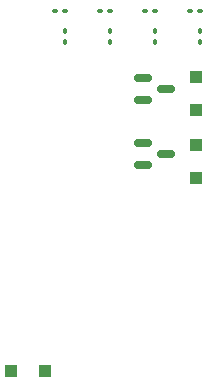
<source format=gbr>
%TF.GenerationSoftware,KiCad,Pcbnew,7.0.9*%
%TF.CreationDate,2025-03-23T18:33:54-04:00*%
%TF.ProjectId,Compact_Control,436f6d70-6163-4745-9f43-6f6e74726f6c,rev?*%
%TF.SameCoordinates,Original*%
%TF.FileFunction,Paste,Top*%
%TF.FilePolarity,Positive*%
%FSLAX46Y46*%
G04 Gerber Fmt 4.6, Leading zero omitted, Abs format (unit mm)*
G04 Created by KiCad (PCBNEW 7.0.9) date 2025-03-23 18:33:54*
%MOMM*%
%LPD*%
G01*
G04 APERTURE LIST*
G04 Aperture macros list*
%AMRoundRect*
0 Rectangle with rounded corners*
0 $1 Rounding radius*
0 $2 $3 $4 $5 $6 $7 $8 $9 X,Y pos of 4 corners*
0 Add a 4 corners polygon primitive as box body*
4,1,4,$2,$3,$4,$5,$6,$7,$8,$9,$2,$3,0*
0 Add four circle primitives for the rounded corners*
1,1,$1+$1,$2,$3*
1,1,$1+$1,$4,$5*
1,1,$1+$1,$6,$7*
1,1,$1+$1,$8,$9*
0 Add four rect primitives between the rounded corners*
20,1,$1+$1,$2,$3,$4,$5,0*
20,1,$1+$1,$4,$5,$6,$7,0*
20,1,$1+$1,$6,$7,$8,$9,0*
20,1,$1+$1,$8,$9,$2,$3,0*%
G04 Aperture macros list end*
%ADD10RoundRect,0.090000X-0.139000X-0.090000X0.139000X-0.090000X0.139000X0.090000X-0.139000X0.090000X0*%
%ADD11RoundRect,0.150000X-0.587500X-0.150000X0.587500X-0.150000X0.587500X0.150000X-0.587500X0.150000X0*%
%ADD12RoundRect,0.090000X-0.090000X0.139000X-0.090000X-0.139000X0.090000X-0.139000X0.090000X0.139000X0*%
%ADD13RoundRect,0.250000X-0.300000X-0.300000X0.300000X-0.300000X0.300000X0.300000X-0.300000X0.300000X0*%
%ADD14RoundRect,0.250000X0.300000X-0.300000X0.300000X0.300000X-0.300000X0.300000X-0.300000X-0.300000X0*%
G04 APERTURE END LIST*
D10*
%TO.C,D6*%
X10352738Y-1681960D03*
X11217738Y-1681960D03*
%TD*%
%TO.C,D4*%
X17972738Y-1681960D03*
X18837738Y-1681960D03*
%TD*%
D11*
%TO.C,Q2*%
X14000000Y-12796960D03*
X14000000Y-14696960D03*
X15875000Y-13746960D03*
%TD*%
D12*
%TO.C,R4*%
X7407738Y-3381960D03*
X7407738Y-4246960D03*
%TD*%
D11*
%TO.C,Q1*%
X15875000Y-8255000D03*
X14000000Y-9205000D03*
X14000000Y-7305000D03*
%TD*%
D12*
%TO.C,R1*%
X18837738Y-3381960D03*
X18837738Y-4246960D03*
%TD*%
D13*
%TO.C,D1*%
X2832738Y-32161960D03*
X5632738Y-32161960D03*
%TD*%
D12*
%TO.C,R3*%
X11217738Y-3381960D03*
X11217738Y-4246960D03*
%TD*%
D14*
%TO.C,D2*%
X18415000Y-10066960D03*
X18415000Y-7266960D03*
%TD*%
%TO.C,D3*%
X18415000Y-15781960D03*
X18415000Y-12981960D03*
%TD*%
D12*
%TO.C,R2*%
X15027738Y-3381960D03*
X15027738Y-4246960D03*
%TD*%
D10*
%TO.C,D5*%
X14162738Y-1681960D03*
X15027738Y-1681960D03*
%TD*%
%TO.C,D7*%
X6542738Y-1681960D03*
X7407738Y-1681960D03*
%TD*%
M02*

</source>
